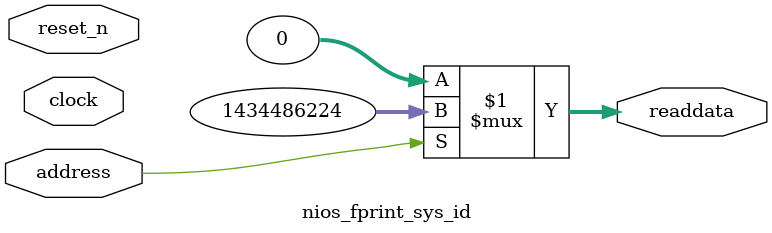
<source format=v>

`timescale 1ns / 1ps
// synthesis translate_on

// turn off superfluous verilog processor warnings 
// altera message_level Level1 
// altera message_off 10034 10035 10036 10037 10230 10240 10030 

module nios_fprint_sys_id (
               // inputs:
                address,
                clock,
                reset_n,

               // outputs:
                readdata
             )
;

  output  [ 31: 0] readdata;
  input            address;
  input            clock;
  input            reset_n;

  wire    [ 31: 0] readdata;
  //control_slave, which is an e_avalon_slave
  assign readdata = address ? 1434486224 : 0;

endmodule




</source>
